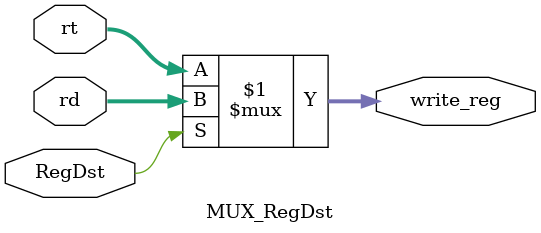
<source format=v>



module MUX_RegDst(
    input  [4:0] rt,          // Registro fuente 2 / destino, que se usa en instrucciones I-type y R-type
    input  [4:0] rd,          // Registro destino, se usa en instrucciones R-type
    input  RegDst,      // Señal de control para seleccionar el destino del registro
    output [4:0] write_reg    // Registro seleccionado para la operación de escritura
);

    assign write_reg = (RegDst) ? rd : rt; // Si RegDst es 1, selecciona rd; si es 0, selecciona rt
       //por ejemplo si es una instruccion R-type RegDst es 1 y se selecciona rd, se almacena el resultado de la ALU en rd


endmodule
</source>
